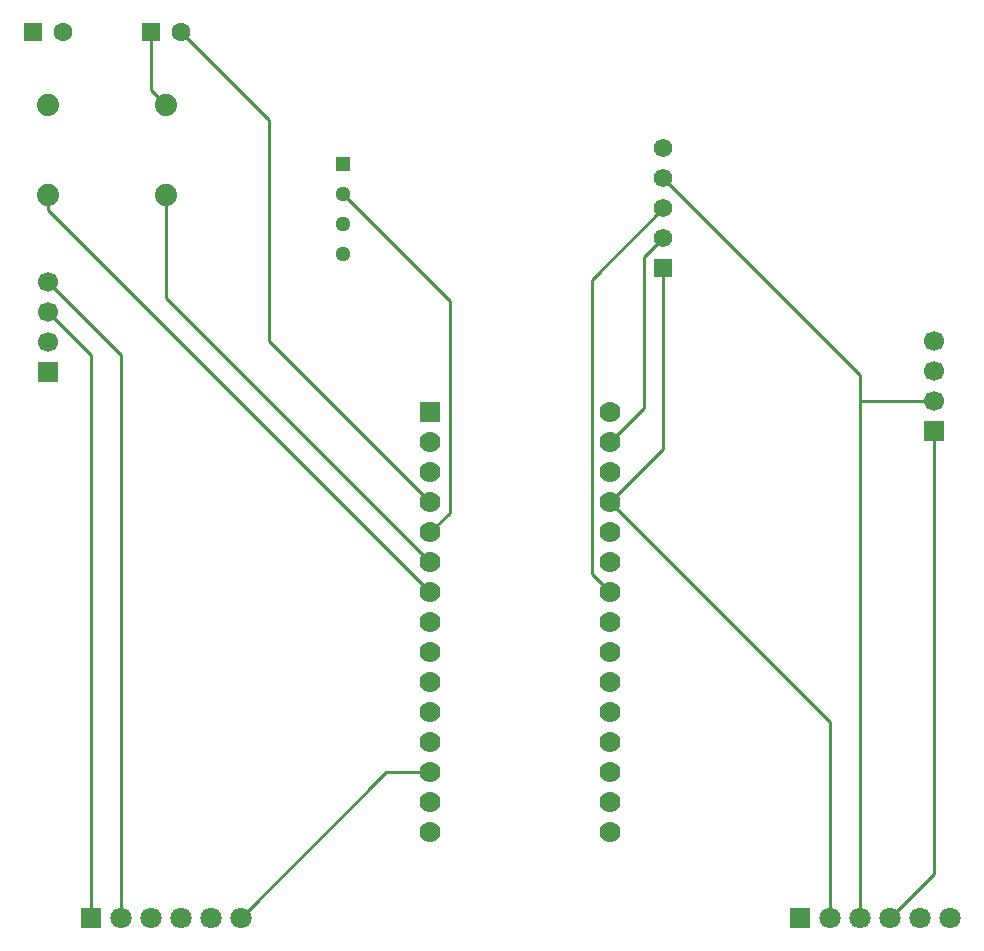
<source format=gbl>
G04 Layer: BottomLayer*
G04 EasyEDA v6.3.22, 2020-03-31T08:42:04+02:00*
G04 b3c3d6b0667040ab911614f37c22b570,3b99274aeb534a2f9f455a051d55cec3,10*
G04 Gerber Generator version 0.2*
G04 Scale: 100 percent, Rotated: No, Reflected: No *
G04 Dimensions in millimeters *
G04 leading zeros omitted , absolute positions ,3 integer and 3 decimal *
%FSLAX33Y33*%
%MOMM*%
G90*
G71D02*

%ADD11C,0.259994*%
%ADD12C,1.574800*%
%ADD13R,1.574800X1.574800*%
%ADD14R,1.295400X1.295400*%
%ADD15C,1.295400*%
%ADD16R,1.699997X1.699997*%
%ADD17C,1.699997*%
%ADD18C,1.799996*%
%ADD19R,1.799996X1.799996*%
%ADD20R,1.778000X1.778000*%
%ADD21C,1.778000*%
%ADD22R,1.599997X1.599997*%
%ADD23C,1.599997*%
%ADD24C,1.879600*%

%LPD*%
G54D11*
G01X57619Y45240D02*
G01X60510Y48130D01*
G01X60510Y60942D01*
G01X62103Y62535D01*
G01X13649Y4998D02*
G01X13649Y52618D01*
G01X9999Y56268D01*
G01X19999Y73810D02*
G01X18729Y75080D01*
G01X18729Y80000D01*
G01X9999Y66190D02*
G01X9999Y64920D01*
G01X42379Y32540D01*
G01X19999Y66190D02*
G01X19999Y57460D01*
G01X42379Y35080D01*
G01X21269Y80000D02*
G01X28752Y72517D01*
G01X28752Y53787D01*
G01X42379Y40160D01*
G01X42379Y17300D02*
G01X38651Y17300D01*
G01X26349Y4998D01*
G01X42379Y37620D02*
G01X44023Y39263D01*
G01X44023Y57246D01*
G01X35001Y66268D01*
G01X76189Y4998D02*
G01X76189Y21590D01*
G01X57619Y40160D01*
G01X57619Y40160D02*
G01X62103Y44643D01*
G01X62103Y59995D01*
G01X16189Y4998D02*
G01X16189Y52618D01*
G01X9999Y58808D01*
G01X81269Y4998D02*
G01X85001Y8730D01*
G01X85001Y46190D01*
G01X57619Y32540D02*
G01X56034Y34125D01*
G01X56034Y59006D01*
G01X62103Y65075D01*
G01X78729Y48730D02*
G01X85001Y48730D01*
G01X78729Y48730D02*
G01X78729Y50988D01*
G01X62103Y67615D01*
G01X78729Y4998D02*
G01X78729Y30000D01*
G01X78729Y30000D02*
G01X78729Y48730D01*
G54D12*
G01X62103Y70155D03*
G01X62103Y67615D03*
G01X62103Y65075D03*
G01X62103Y62535D03*
G54D13*
G01X62103Y59995D03*
G54D14*
G01X34999Y68810D03*
G54D15*
G01X35000Y66270D03*
G01X35000Y63730D03*
G01X35000Y61190D03*
G54D16*
G01X9999Y51190D03*
G54D17*
G01X9999Y53730D03*
G01X9999Y56270D03*
G01X9999Y58810D03*
G54D16*
G01X85000Y46190D03*
G54D17*
G01X85000Y48730D03*
G01X85000Y51270D03*
G01X85000Y53810D03*
G54D18*
G01X26349Y4999D03*
G01X23809Y4999D03*
G01X21269Y4999D03*
G01X18729Y4999D03*
G01X16189Y4999D03*
G54D19*
G01X13649Y4999D03*
G54D20*
G01X42379Y47779D03*
G54D21*
G01X42379Y45239D03*
G01X42379Y42699D03*
G01X42379Y40159D03*
G01X42379Y37619D03*
G01X42379Y35079D03*
G01X42379Y32539D03*
G01X42379Y29999D03*
G01X42379Y27459D03*
G01X42379Y24919D03*
G01X42379Y22379D03*
G01X42379Y19839D03*
G01X42379Y17299D03*
G01X42379Y14759D03*
G01X42379Y12219D03*
G01X57619Y47779D03*
G01X57619Y45239D03*
G01X57619Y42699D03*
G01X57619Y40159D03*
G01X57619Y37619D03*
G01X57619Y35079D03*
G01X57619Y32539D03*
G01X57619Y29999D03*
G01X57619Y27459D03*
G01X57619Y24919D03*
G01X57619Y22379D03*
G01X57619Y19839D03*
G01X57619Y17299D03*
G01X57619Y14759D03*
G01X57619Y12219D03*
G54D22*
G01X18729Y80000D03*
G54D23*
G01X21269Y80000D03*
G54D22*
G01X8729Y80000D03*
G54D23*
G01X11269Y80000D03*
G54D18*
G01X86350Y4999D03*
G01X83810Y4999D03*
G01X81270Y4999D03*
G01X78730Y4999D03*
G01X76190Y4999D03*
G54D19*
G01X73650Y4999D03*
G54D24*
G01X19999Y73810D03*
G01X19999Y66190D03*
G01X9999Y73810D03*
G01X9999Y66190D03*
M00*
M02*

</source>
